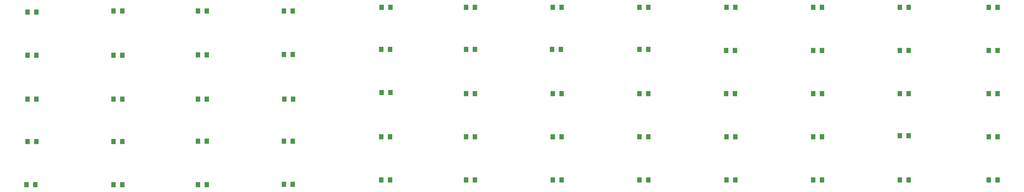
<source format=gbr>
%TF.GenerationSoftware,Altium Limited,Altium Designer,18.0.11 (651)*%
G04 Layer_Color=128*
%FSLAX26Y26*%
%MOIN*%
%TF.FileFunction,Paste,Bot*%
%TF.Part,Single*%
G01*
G75*
%TA.AperFunction,SMDPad,CuDef*%
%ADD14R,0.040000X0.050000*%
D14*
X2960472Y1906299D02*
D03*
X3040472D02*
D03*
X2960471Y1512598D02*
D03*
X3040471D02*
D03*
X2173070D02*
D03*
X2253070D02*
D03*
X2180944Y1906299D02*
D03*
X2260944D02*
D03*
X2180944Y2292126D02*
D03*
X2260944D02*
D03*
X2960472D02*
D03*
X3040472D02*
D03*
X2960472Y2693701D02*
D03*
X3040472D02*
D03*
X2960472Y3095276D02*
D03*
X3040472D02*
D03*
X2180944Y3087401D02*
D03*
X2260944D02*
D03*
X2180944Y2693701D02*
D03*
X2260944D02*
D03*
X4507874Y2698032D02*
D03*
X4587874D02*
D03*
X4510709Y2291338D02*
D03*
X4590709D02*
D03*
X4507874Y1516929D02*
D03*
X4587874D02*
D03*
X4507874Y1910630D02*
D03*
X4587874D02*
D03*
X3729213Y1512992D02*
D03*
X3809213D02*
D03*
X3729213Y1910630D02*
D03*
X3809213D02*
D03*
X3729213Y2292520D02*
D03*
X3809213D02*
D03*
X3729213Y2696032D02*
D03*
X3809213D02*
D03*
X3729213Y3095669D02*
D03*
X3809213D02*
D03*
X4507874D02*
D03*
X4587874D02*
D03*
X10177165Y3129921D02*
D03*
X10097165D02*
D03*
X10178425Y2736220D02*
D03*
X10098425D02*
D03*
X6241417Y1948819D02*
D03*
X6161417D02*
D03*
X6241417Y1555118D02*
D03*
X6161417D02*
D03*
X7027559Y3129921D02*
D03*
X6947559D02*
D03*
X7021654Y2746063D02*
D03*
X6941654D02*
D03*
X10984252Y1555118D02*
D03*
X10904252D02*
D03*
X9392132Y3129921D02*
D03*
X9312132D02*
D03*
X9392132Y2736220D02*
D03*
X9312132D02*
D03*
X10984252Y3129921D02*
D03*
X10904252D02*
D03*
X7816221Y1555118D02*
D03*
X7736221D02*
D03*
X8602362Y2736220D02*
D03*
X8522362D02*
D03*
X10985512D02*
D03*
X10905512D02*
D03*
X6241417Y3129921D02*
D03*
X6161417D02*
D03*
X8602362Y2342520D02*
D03*
X8522362D02*
D03*
X10984252D02*
D03*
X10904252D02*
D03*
X6241417Y2746063D02*
D03*
X6161417D02*
D03*
X8603622Y1948819D02*
D03*
X8523622D02*
D03*
X9392132Y1555118D02*
D03*
X9312132D02*
D03*
X8603622D02*
D03*
X8523622D02*
D03*
X10984252Y1948819D02*
D03*
X10904252D02*
D03*
X7028819Y2342520D02*
D03*
X6948819D02*
D03*
X6241417D02*
D03*
X6161417D02*
D03*
X7028819Y1948819D02*
D03*
X6948819D02*
D03*
X7027559Y1555118D02*
D03*
X6947559D02*
D03*
X5473701Y3129921D02*
D03*
X5393701D02*
D03*
X10178425Y2342520D02*
D03*
X10098425D02*
D03*
X5472441Y2746063D02*
D03*
X5392441D02*
D03*
X7816221Y3129921D02*
D03*
X7736221D02*
D03*
X10177165Y1958661D02*
D03*
X10097165D02*
D03*
X5473701Y2352362D02*
D03*
X5393701D02*
D03*
X10178425Y1555118D02*
D03*
X10098425D02*
D03*
X5472441Y1948819D02*
D03*
X5392441D02*
D03*
X7816221Y2342520D02*
D03*
X7736221D02*
D03*
X8603622Y3129921D02*
D03*
X8523622D02*
D03*
X5472441Y1555118D02*
D03*
X5392441D02*
D03*
X7816221Y1948819D02*
D03*
X7736221D02*
D03*
X9391024D02*
D03*
X9311024D02*
D03*
X7816221Y2746063D02*
D03*
X7736221D02*
D03*
X9391024Y2342520D02*
D03*
X9311024D02*
D03*
%TF.MD5,e3867dd3fa4c005a804511c645e41478*%
M02*

</source>
